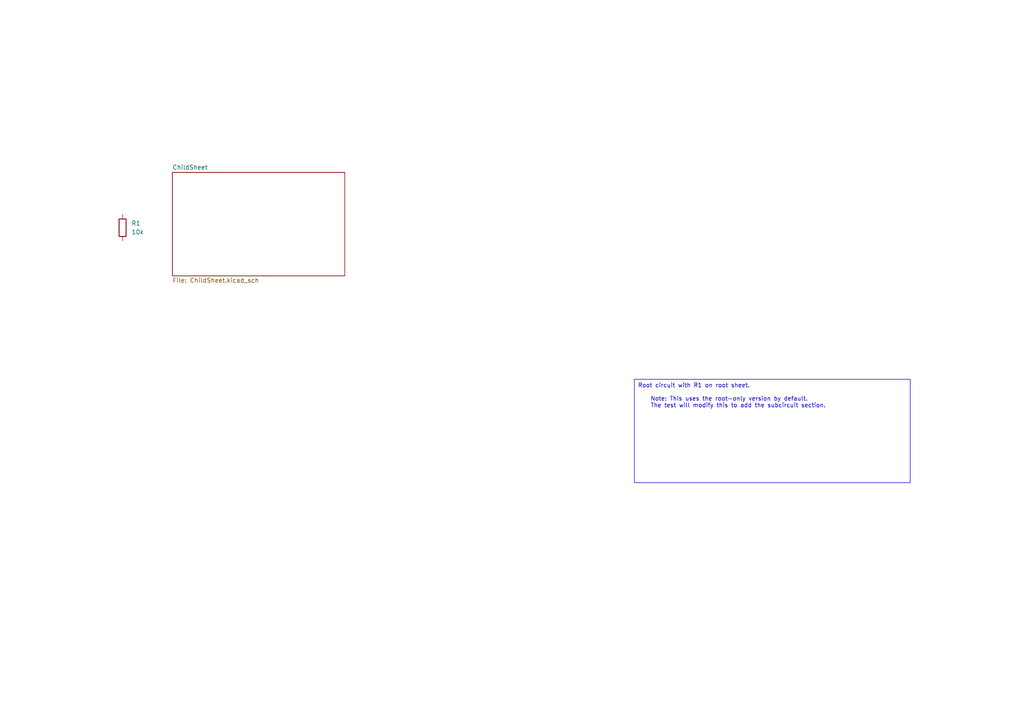
<source format=kicad_sch>
(kicad_sch (version 20250114) (generator "eeschema") (generator_version "9.0")
  (paper "A4")
  (title_block (title "hierarchical_circuit"))
  (lib_symbols
    (symbol "Device:R" (pin_numbers (hide yes)) (pin_names (offset 0))
      (property "Reference" "R" (at 2.032 0 90))
      (property "Value" "R" (at 0 0 90))
      (symbol "R_0_1"
        (rectangle (start -1.016 -2.54) (end 1.016 2.54) (stroke (width 0.254)))
      )
      (symbol "R_1_1"
        (pin passive line (at 0 3.81 270) (length 1.27) (name "~") (number "1"))
        (pin passive line (at 0 -3.81 90) (length 1.27) (name "~") (number "2"))
      )
    )
  )
  (symbol (lib_id "Device:R") (at 35.56 66.04 0) (unit 1)
    (property "Reference" "R1" (at 38.1 64.7699 0) (effects (justify left)))
    (property "Value" "10k" (at 38.1 67.3099 0) (effects (justify left)))
    (property "Footprint" "Resistor_SMD:R_0603_1608Metric" (effects (hide yes)))
    (property "hierarchy_path" "/7f613e09-9bf3-4596-b3e1-d617351b4d74" (effects (hide yes)))
    (property "project_name" "hierarchical_circuit" (effects (hide yes)))
    (property "root_uuid" "7f613e09-9bf3-4596-b3e1-d617351b4d74" (effects (hide yes)))
  )
  (text_box "Root circuit with R1 on root sheet.\n\n    Note: This uses the root-only version by default.\n    The test will modify this to add the subcircuit section." (at 184 110 0.0000) (size 80 30) (margins 1 1 1 1) (stroke (width 0.0000)) (effects (font (size 1.2 1.2)) (justify left top)))
  (sheet (at 50 50) (size 50 30) (stroke (width 0.1524))
    (property "Sheetname" "ChildSheet" (at 50 49.2884 0) (effects (justify left bottom)))
    (property "Sheetfile" "ChildSheet.kicad_sch" (at 50 80.5846 0) (effects (justify left top)))
  )
)
</source>
